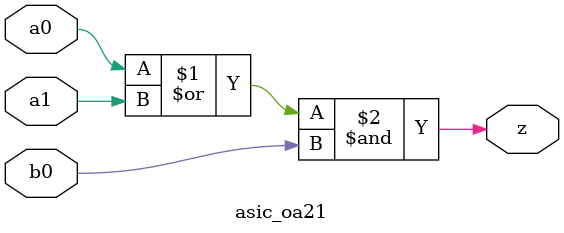
<source format=v>

module asic_oa21
   (
    input  a0,
    input  a1,
    input  b0,
    output z
    );

   assign z = (a0 | a1) & b0;

endmodule

</source>
